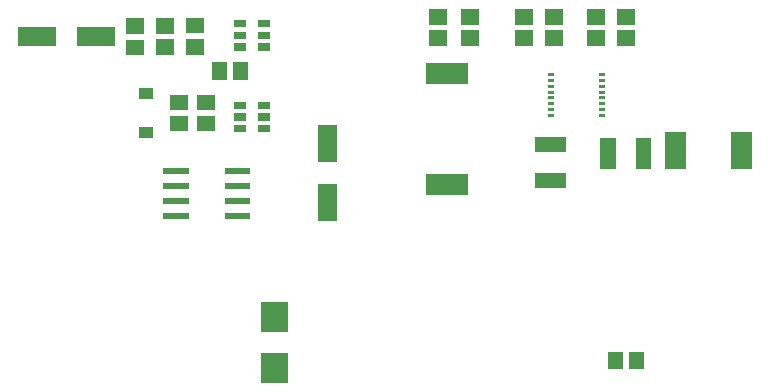
<source format=gbr>
G04 start of page 10 for group -4015 idx -4015 *
G04 Title: (unknown), toppaste *
G04 Creator: pcb 4.0.2 *
G04 CreationDate: Thu May 30 20:40:21 2019 UTC *
G04 For: ndholmes *
G04 Format: Gerber/RS-274X *
G04 PCB-Dimensions (mil): 3000.00 1500.00 *
G04 PCB-Coordinate-Origin: lower left *
%MOIN*%
%FSLAX25Y25*%
%LNTOPPASTE*%
%ADD48C,0.0001*%
G54D48*G36*
X235048Y139602D02*Y134484D01*
X240952D01*
Y139602D01*
X235048D01*
G37*
G36*
Y132516D02*Y127398D01*
X240952D01*
Y132516D01*
X235048D01*
G37*
G36*
X245048D02*Y127398D01*
X250952D01*
Y132516D01*
X245048D01*
G37*
G36*
Y139602D02*Y134484D01*
X250952D01*
Y139602D01*
X245048D01*
G37*
G36*
X256464Y96814D02*X251346D01*
Y86186D01*
X256464D01*
Y96814D01*
G37*
G36*
X244654D02*X239536D01*
Y86186D01*
X244654D01*
Y96814D01*
G37*
G36*
X222000Y118390D02*Y117390D01*
X224000D01*
Y118390D01*
X222000D01*
G37*
G36*
Y116421D02*Y115421D01*
X224000D01*
Y116421D01*
X222000D01*
G37*
G36*
Y114453D02*Y113453D01*
X224000D01*
Y114453D01*
X222000D01*
G37*
G36*
Y112484D02*Y111484D01*
X224000D01*
Y112484D01*
X222000D01*
G37*
G36*
Y110516D02*Y109516D01*
X224000D01*
Y110516D01*
X222000D01*
G37*
G36*
Y108547D02*Y107547D01*
X224000D01*
Y108547D01*
X222000D01*
G37*
G36*
Y106579D02*Y105579D01*
X224000D01*
Y106579D01*
X222000D01*
G37*
G36*
Y104610D02*Y103610D01*
X224000D01*
Y104610D01*
X222000D01*
G37*
G36*
X239000D02*Y103610D01*
X241000D01*
Y104610D01*
X239000D01*
G37*
G36*
Y106579D02*Y105579D01*
X241000D01*
Y106579D01*
X239000D01*
G37*
G36*
Y108547D02*Y107547D01*
X241000D01*
Y108547D01*
X239000D01*
G37*
G36*
Y110516D02*Y109516D01*
X241000D01*
Y110516D01*
X239000D01*
G37*
G36*
Y112484D02*Y111484D01*
X241000D01*
Y112484D01*
X239000D01*
G37*
G36*
Y114453D02*Y113453D01*
X241000D01*
Y114453D01*
X239000D01*
G37*
G36*
Y116421D02*Y115421D01*
X241000D01*
Y116421D01*
X239000D01*
G37*
G36*
Y118390D02*Y117390D01*
X241000D01*
Y118390D01*
X239000D01*
G37*
G36*
X217591Y85154D02*Y80036D01*
X228219D01*
Y85154D01*
X217591D01*
G37*
G36*
Y96964D02*Y91846D01*
X228219D01*
Y96964D01*
X217591D01*
G37*
G36*
X267995Y98800D02*X260908D01*
Y86200D01*
X267995D01*
Y98800D01*
G37*
G36*
X290044D02*X282956D01*
Y86200D01*
X290044D01*
Y98800D01*
G37*
G36*
X193048Y139602D02*Y134484D01*
X198952D01*
Y139602D01*
X193048D01*
G37*
G36*
Y132516D02*Y127398D01*
X198952D01*
Y132516D01*
X193048D01*
G37*
G36*
X254102Y25452D02*X248984D01*
Y19548D01*
X254102D01*
Y25452D01*
G37*
G36*
X247016D02*X241898D01*
Y19548D01*
X247016D01*
Y25452D01*
G37*
G36*
X135528Y24956D02*X126472D01*
Y15115D01*
X135528D01*
Y24956D01*
G37*
G36*
Y41886D02*X126472D01*
Y32044D01*
X135528D01*
Y41886D01*
G37*
G36*
X221048Y139602D02*Y134484D01*
X226952D01*
Y139602D01*
X221048D01*
G37*
G36*
Y132516D02*Y127398D01*
X226952D01*
Y132516D01*
X221048D01*
G37*
G36*
X181500Y84500D02*Y77500D01*
X195500D01*
Y84500D01*
X181500D01*
G37*
G36*
Y121500D02*Y114500D01*
X195500D01*
Y121500D01*
X181500D01*
G37*
G36*
X211048Y132516D02*Y127398D01*
X216952D01*
Y132516D01*
X211048D01*
G37*
G36*
Y139602D02*Y134484D01*
X216952D01*
Y139602D01*
X211048D01*
G37*
G36*
X125500Y100950D02*Y98550D01*
X129500D01*
Y100950D01*
X125500D01*
G37*
G36*
Y104850D02*Y102450D01*
X129500D01*
Y104850D01*
X125500D01*
G37*
G36*
Y108750D02*Y106350D01*
X129500D01*
Y108750D01*
X125500D01*
G37*
G36*
X117300D02*Y106350D01*
X121300D01*
Y108750D01*
X117300D01*
G37*
G36*
Y104850D02*Y102450D01*
X121300D01*
Y104850D01*
X117300D01*
G37*
G36*
Y100950D02*Y98550D01*
X121300D01*
Y100950D01*
X117300D01*
G37*
G36*
X85600Y100300D02*Y96700D01*
X90400D01*
Y100300D01*
X85600D01*
G37*
G36*
Y113200D02*Y109600D01*
X90400D01*
Y113200D01*
X85600D01*
G37*
G36*
X115016Y121952D02*X109898D01*
Y116048D01*
X115016D01*
Y121952D01*
G37*
G36*
X122102D02*X116984D01*
Y116048D01*
X122102D01*
Y121952D01*
G37*
G36*
X93750Y86500D02*Y84500D01*
X102250D01*
Y86500D01*
X93750D01*
G37*
G36*
Y81500D02*Y79500D01*
X102250D01*
Y81500D01*
X93750D01*
G37*
G36*
Y76500D02*Y74500D01*
X102250D01*
Y76500D01*
X93750D01*
G37*
G36*
Y71500D02*Y69500D01*
X102250D01*
Y71500D01*
X93750D01*
G37*
G36*
X114250D02*Y69500D01*
X122750D01*
Y71500D01*
X114250D01*
G37*
G36*
Y76500D02*Y74500D01*
X122750D01*
Y76500D01*
X114250D01*
G37*
G36*
Y81500D02*Y79500D01*
X122750D01*
Y81500D01*
X114250D01*
G37*
G36*
Y86500D02*Y84500D01*
X122750D01*
Y86500D01*
X114250D01*
G37*
G36*
X105048Y104016D02*Y98898D01*
X110952D01*
Y104016D01*
X105048D01*
G37*
G36*
Y111102D02*Y105984D01*
X110952D01*
Y111102D01*
X105048D01*
G37*
G36*
X125500Y128200D02*Y125800D01*
X129500D01*
Y128200D01*
X125500D01*
G37*
G36*
Y132100D02*Y129700D01*
X129500D01*
Y132100D01*
X125500D01*
G37*
G36*
Y136000D02*Y133600D01*
X129500D01*
Y136000D01*
X125500D01*
G37*
G36*
X117300D02*Y133600D01*
X121300D01*
Y136000D01*
X117300D01*
G37*
G36*
Y132100D02*Y129700D01*
X121300D01*
Y132100D01*
X117300D01*
G37*
G36*
Y128200D02*Y125800D01*
X121300D01*
Y128200D01*
X117300D01*
G37*
G36*
X182548Y132516D02*Y127398D01*
X188452D01*
Y132516D01*
X182548D01*
G37*
G36*
Y139602D02*Y134484D01*
X188452D01*
Y139602D01*
X182548D01*
G37*
G36*
X45515Y133650D02*Y127350D01*
X58114D01*
Y133650D01*
X45515D01*
G37*
G36*
X65200D02*Y127350D01*
X77799D01*
Y133650D01*
X65200D01*
G37*
G36*
X96048Y111102D02*Y105984D01*
X101952D01*
Y111102D01*
X96048D01*
G37*
G36*
Y104016D02*Y98898D01*
X101952D01*
Y104016D01*
X96048D01*
G37*
G36*
X151650Y81457D02*X145350D01*
Y68858D01*
X151650D01*
Y81457D01*
G37*
G36*
Y101142D02*X145350D01*
Y88543D01*
X151650D01*
Y101142D01*
G37*
G36*
X91548Y129516D02*Y124398D01*
X97452D01*
Y129516D01*
X91548D01*
G37*
G36*
Y136602D02*Y131484D01*
X97452D01*
Y136602D01*
X91548D01*
G37*
G36*
X81548Y136559D02*Y131441D01*
X87452D01*
Y136559D01*
X81548D01*
G37*
G36*
Y129473D02*Y124355D01*
X87452D01*
Y129473D01*
X81548D01*
G37*
G36*
X101548Y136645D02*Y131527D01*
X107452D01*
Y136645D01*
X101548D01*
G37*
G36*
Y129559D02*Y124441D01*
X107452D01*
Y129559D01*
X101548D01*
G37*
M02*

</source>
